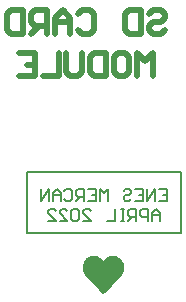
<source format=gbo>
G04*
G04 #@! TF.GenerationSoftware,Altium Limited,Altium Designer,22.3.1 (43)*
G04*
G04 Layer_Color=32896*
%FSLAX25Y25*%
%MOIN*%
G70*
G04*
G04 #@! TF.SameCoordinates,B0CD7CAE-3E36-43F7-B439-C09FFECED3EA*
G04*
G04*
G04 #@! TF.FilePolarity,Positive*
G04*
G01*
G75*
%ADD12C,0.00787*%
%ADD36C,0.01968*%
G36*
X65786Y25249D02*
X65895D01*
Y25141D01*
X66221D01*
Y25032D01*
X66329D01*
Y25141D01*
X66438D01*
Y25032D01*
X66547D01*
Y24923D01*
X66655D01*
Y24815D01*
X66764D01*
Y24706D01*
X67090D01*
Y24597D01*
X67199D01*
Y24489D01*
X67308D01*
Y24380D01*
X67416D01*
Y24271D01*
X67525D01*
Y24163D01*
X67633D01*
Y24054D01*
X67742D01*
Y23945D01*
X67851D01*
Y23837D01*
X67959D01*
Y23728D01*
Y23619D01*
X68177D01*
Y23511D01*
X68068D01*
Y23402D01*
X68177D01*
Y23293D01*
X68286D01*
Y23185D01*
X68394D01*
Y23076D01*
Y22967D01*
Y22859D01*
X68503D01*
Y22750D01*
Y22641D01*
Y22533D01*
X68612D01*
Y22424D01*
X68503D01*
Y22315D01*
X68612D01*
Y22207D01*
Y22098D01*
Y21989D01*
X68720D01*
Y21881D01*
X68612D01*
Y21772D01*
X68720D01*
Y21663D01*
Y21555D01*
Y21446D01*
Y21337D01*
Y21229D01*
Y21120D01*
Y21011D01*
Y20903D01*
Y20794D01*
X68612D01*
Y20685D01*
X68720D01*
Y20577D01*
X68612D01*
Y20468D01*
Y20359D01*
Y20251D01*
X68503D01*
Y20142D01*
X68612D01*
Y20033D01*
X68503D01*
Y19925D01*
X68394D01*
Y19816D01*
Y19707D01*
Y19599D01*
X68286D01*
Y19490D01*
Y19381D01*
X68177D01*
Y19273D01*
Y19164D01*
X68068D01*
Y19055D01*
X67959D01*
Y18947D01*
X67851D01*
Y18838D01*
Y18729D01*
X67742D01*
Y18621D01*
Y18512D01*
X67525D01*
Y18403D01*
Y18295D01*
X67416D01*
Y18186D01*
X67308D01*
Y18077D01*
X67199D01*
Y17969D01*
X67090D01*
Y17860D01*
X66982D01*
Y17751D01*
X66873D01*
Y17643D01*
X66764D01*
Y17534D01*
X66655D01*
Y17425D01*
X66547D01*
Y17317D01*
X66438D01*
Y17208D01*
X66329D01*
Y17099D01*
X66221D01*
Y16991D01*
X66112D01*
Y16882D01*
X66004D01*
Y16773D01*
X65895D01*
Y16665D01*
X65786D01*
Y16556D01*
X65677D01*
Y16447D01*
X65569D01*
Y16339D01*
X65460D01*
Y16230D01*
Y16121D01*
X65243D01*
Y16013D01*
Y15904D01*
X65026D01*
Y15795D01*
Y15687D01*
X64917D01*
Y15578D01*
X64808D01*
Y15469D01*
X64700D01*
Y15361D01*
Y15252D01*
X64482D01*
Y15143D01*
Y15035D01*
X64265D01*
Y14926D01*
Y14817D01*
X64156D01*
Y14709D01*
X64047D01*
Y14600D01*
X63939D01*
Y14491D01*
X63830D01*
Y14383D01*
X63722D01*
Y14274D01*
X63613D01*
Y14165D01*
X63504D01*
Y14057D01*
X63396D01*
Y13948D01*
X63287D01*
Y13839D01*
X63178D01*
Y13731D01*
X63069D01*
Y13622D01*
X62961D01*
Y13513D01*
X62852D01*
Y13405D01*
X62744D01*
Y13296D01*
X62635D01*
Y13187D01*
X62526D01*
Y13079D01*
X62418D01*
Y12970D01*
X62309D01*
Y12861D01*
X62200D01*
Y12753D01*
X62091D01*
Y12644D01*
X61983D01*
Y12535D01*
X61874D01*
Y12427D01*
X61765D01*
Y12318D01*
X61657D01*
Y12427D01*
X61548D01*
Y12535D01*
X61440D01*
Y12644D01*
X61331D01*
Y12753D01*
X61440D01*
Y12861D01*
X61114D01*
Y12970D01*
Y13079D01*
X60896D01*
Y13187D01*
X61005D01*
Y13296D01*
X60679D01*
Y13405D01*
X60787D01*
Y13513D01*
X60461D01*
Y13622D01*
X60570D01*
Y13731D01*
X60353D01*
Y13839D01*
Y13948D01*
X60136D01*
Y14057D01*
Y14165D01*
X60027D01*
Y14274D01*
X59918D01*
Y14383D01*
X59809D01*
Y14491D01*
X59701D01*
Y14600D01*
X59592D01*
Y14709D01*
X59483D01*
Y14817D01*
X59375D01*
Y14926D01*
X59266D01*
Y15035D01*
X59158D01*
Y15143D01*
X59049D01*
Y15252D01*
X58940D01*
Y15361D01*
X58832D01*
Y15469D01*
X58723D01*
Y15578D01*
X58614D01*
Y15687D01*
X58505D01*
Y15795D01*
X58397D01*
Y15904D01*
X58288D01*
Y16013D01*
X58179D01*
Y16121D01*
X58071D01*
Y16230D01*
Y16339D01*
X57854D01*
Y16447D01*
Y16556D01*
X57636D01*
Y16665D01*
Y16773D01*
X57528D01*
Y16882D01*
X57419D01*
Y16991D01*
X57310D01*
Y17099D01*
X57201D01*
Y17208D01*
X57093D01*
Y17317D01*
Y17425D01*
X56875D01*
Y17534D01*
Y17643D01*
X56767D01*
Y17751D01*
X56658D01*
Y17860D01*
X56550D01*
Y17969D01*
X56441D01*
Y18077D01*
X56332D01*
Y18186D01*
X56223D01*
Y18295D01*
X56115D01*
Y18403D01*
X56006D01*
Y18512D01*
X55897D01*
Y18621D01*
X55789D01*
Y18729D01*
X55680D01*
Y18838D01*
X55572D01*
Y18947D01*
X55463D01*
Y19055D01*
X55572D01*
Y19164D01*
X55354D01*
Y19273D01*
Y19381D01*
X55246D01*
Y19490D01*
Y19599D01*
Y19707D01*
X55137D01*
Y19816D01*
X55028D01*
Y19925D01*
X55137D01*
Y20033D01*
X55028D01*
Y20142D01*
Y20251D01*
Y20359D01*
X54919D01*
Y20468D01*
X54811D01*
Y20577D01*
X54919D01*
Y20685D01*
X54811D01*
Y20794D01*
X54919D01*
Y20903D01*
X54811D01*
Y21011D01*
X54919D01*
Y21120D01*
X54811D01*
Y21229D01*
Y21337D01*
Y21446D01*
X54919D01*
Y21555D01*
X54811D01*
Y21663D01*
X54919D01*
Y21772D01*
X54811D01*
Y21881D01*
X54919D01*
Y21989D01*
X54811D01*
Y22098D01*
X54919D01*
Y22207D01*
Y22315D01*
Y22424D01*
X55028D01*
Y22533D01*
Y22641D01*
Y22750D01*
X55137D01*
Y22859D01*
Y22967D01*
Y23076D01*
X55246D01*
Y23185D01*
X55354D01*
Y23293D01*
Y23402D01*
Y23511D01*
X55463D01*
Y23619D01*
X55572D01*
Y23728D01*
X55680D01*
Y23837D01*
X55789D01*
Y23945D01*
X55680D01*
Y24054D01*
X55897D01*
Y24163D01*
Y24271D01*
X56115D01*
Y24380D01*
Y24489D01*
X56441D01*
Y24597D01*
Y24706D01*
X56658D01*
Y24815D01*
X56767D01*
Y24923D01*
X57093D01*
Y25032D01*
X57201D01*
Y25141D01*
X57528D01*
Y25249D01*
X57636D01*
Y25141D01*
X57745D01*
Y25249D01*
X57854D01*
Y25358D01*
X57962D01*
Y25249D01*
X58071D01*
Y25358D01*
X58179D01*
Y25249D01*
X58288D01*
Y25358D01*
X58832D01*
Y25249D01*
X58940D01*
Y25358D01*
X59049D01*
Y25249D01*
X59158D01*
Y25358D01*
X59266D01*
Y25249D01*
X59375D01*
Y25141D01*
X59483D01*
Y25249D01*
X59592D01*
Y25141D01*
X59918D01*
Y25032D01*
X60027D01*
Y24923D01*
X60353D01*
Y24815D01*
X60461D01*
Y24706D01*
X60787D01*
Y24597D01*
Y24489D01*
X61005D01*
Y24380D01*
X61114D01*
Y24271D01*
X61222D01*
Y24163D01*
X61331D01*
Y24054D01*
X61440D01*
Y23945D01*
X61548D01*
Y23837D01*
X61657D01*
Y23728D01*
X61765D01*
Y23619D01*
X61874D01*
Y23728D01*
X61983D01*
Y23837D01*
X62091D01*
Y23945D01*
X62200D01*
Y24054D01*
X62309D01*
Y24163D01*
X62418D01*
Y24271D01*
X62526D01*
Y24380D01*
X62635D01*
Y24489D01*
X62744D01*
Y24597D01*
X62852D01*
Y24706D01*
X63069D01*
Y24815D01*
Y24923D01*
X63178D01*
Y24815D01*
X63287D01*
Y24923D01*
X63396D01*
Y25032D01*
X63722D01*
Y25141D01*
X64047D01*
Y25249D01*
X64373D01*
Y25358D01*
X64482D01*
Y25249D01*
X64591D01*
Y25358D01*
X64700D01*
Y25249D01*
X64808D01*
Y25358D01*
X65134D01*
Y25249D01*
X65243D01*
Y25358D01*
X65351D01*
Y25249D01*
X65460D01*
Y25358D01*
X65569D01*
Y25249D01*
X65677D01*
Y25358D01*
X65786D01*
Y25249D01*
D02*
G37*
D12*
X87598Y33071D02*
Y53150D01*
X38091Y33071D02*
X87598D01*
X36319D02*
X38091D01*
X36319D02*
Y36614D01*
Y53150D01*
X87598D01*
X80276Y47556D02*
X82900D01*
Y43620D01*
X80276D01*
X82900Y45588D02*
X81588D01*
X78964Y43620D02*
Y47556D01*
X76341Y43620D01*
Y47556D01*
X72405D02*
X75029D01*
Y43620D01*
X72405D01*
X75029Y45588D02*
X73717D01*
X68469Y46900D02*
X69125Y47556D01*
X70437D01*
X71093Y46900D01*
Y46244D01*
X70437Y45588D01*
X69125D01*
X68469Y44932D01*
Y44276D01*
X69125Y43620D01*
X70437D01*
X71093Y44276D01*
X63221Y43620D02*
Y47556D01*
X61910Y46244D01*
X60597Y47556D01*
Y43620D01*
X56662Y47556D02*
X59286D01*
Y43620D01*
X56662D01*
X59286Y45588D02*
X57974D01*
X55350Y43620D02*
Y47556D01*
X53382D01*
X52726Y46900D01*
Y45588D01*
X53382Y44932D01*
X55350D01*
X54038D02*
X52726Y43620D01*
X48790Y46900D02*
X49446Y47556D01*
X50758D01*
X51414Y46900D01*
Y44276D01*
X50758Y43620D01*
X49446D01*
X48790Y44276D01*
X47478Y43620D02*
Y46244D01*
X46167Y47556D01*
X44855Y46244D01*
Y43620D01*
Y45588D01*
X47478D01*
X43543Y43620D02*
Y47556D01*
X40919Y43620D01*
Y47556D01*
X80604Y37008D02*
Y39632D01*
X79292Y40944D01*
X77980Y39632D01*
Y37008D01*
Y38976D01*
X80604D01*
X76669Y37008D02*
Y40944D01*
X74701D01*
X74045Y40288D01*
Y38976D01*
X74701Y38320D01*
X76669D01*
X72733Y37008D02*
Y40944D01*
X70765D01*
X70109Y40288D01*
Y38976D01*
X70765Y38320D01*
X72733D01*
X71421D02*
X70109Y37008D01*
X68797Y40944D02*
X67485D01*
X68141D01*
Y37008D01*
X68797D01*
X67485D01*
X65517Y40944D02*
Y37008D01*
X62893D01*
X55022D02*
X57646D01*
X55022Y39632D01*
Y40288D01*
X55678Y40944D01*
X56990D01*
X57646Y40288D01*
X53710D02*
X53054Y40944D01*
X51742D01*
X51086Y40288D01*
Y37664D01*
X51742Y37008D01*
X53054D01*
X53710Y37664D01*
Y40288D01*
X47150Y37008D02*
X49774D01*
X47150Y39632D01*
Y40288D01*
X47806Y40944D01*
X49118D01*
X49774Y40288D01*
X43215Y37008D02*
X45838D01*
X43215Y39632D01*
Y40288D01*
X43871Y40944D01*
X45182D01*
X45838Y40288D01*
D36*
X76995Y105868D02*
X78307Y107179D01*
X80930D01*
X82242Y105868D01*
Y104556D01*
X80930Y103244D01*
X78307D01*
X76995Y101932D01*
Y100620D01*
X78307Y99308D01*
X80930D01*
X82242Y100620D01*
X74371Y107179D02*
Y99308D01*
X70435D01*
X69123Y100620D01*
Y105868D01*
X70435Y107179D01*
X74371D01*
X53380Y105868D02*
X54692Y107179D01*
X57316D01*
X58628Y105868D01*
Y100620D01*
X57316Y99308D01*
X54692D01*
X53380Y100620D01*
X50756Y99308D02*
Y104556D01*
X48133Y107179D01*
X45509Y104556D01*
Y99308D01*
Y103244D01*
X50756D01*
X42885Y99308D02*
Y107179D01*
X38949D01*
X37637Y105868D01*
Y103244D01*
X38949Y101932D01*
X42885D01*
X40261D02*
X37637Y99308D01*
X35013Y107179D02*
Y99308D01*
X31078D01*
X29766Y100620D01*
Y105868D01*
X31078Y107179D01*
X35013D01*
X78307Y85138D02*
Y93009D01*
X75683Y90385D01*
X73059Y93009D01*
Y85138D01*
X66499Y93009D02*
X69123D01*
X70435Y91697D01*
Y86450D01*
X69123Y85138D01*
X66499D01*
X65187Y86450D01*
Y91697D01*
X66499Y93009D01*
X62564D02*
Y85138D01*
X58628D01*
X57316Y86450D01*
Y91697D01*
X58628Y93009D01*
X62564D01*
X54692D02*
Y86450D01*
X53380Y85138D01*
X50756D01*
X49444Y86450D01*
Y93009D01*
X46821D02*
Y85138D01*
X41573D01*
X33701Y93009D02*
X38949D01*
Y85138D01*
X33701D01*
X38949Y89073D02*
X36325D01*
M02*

</source>
